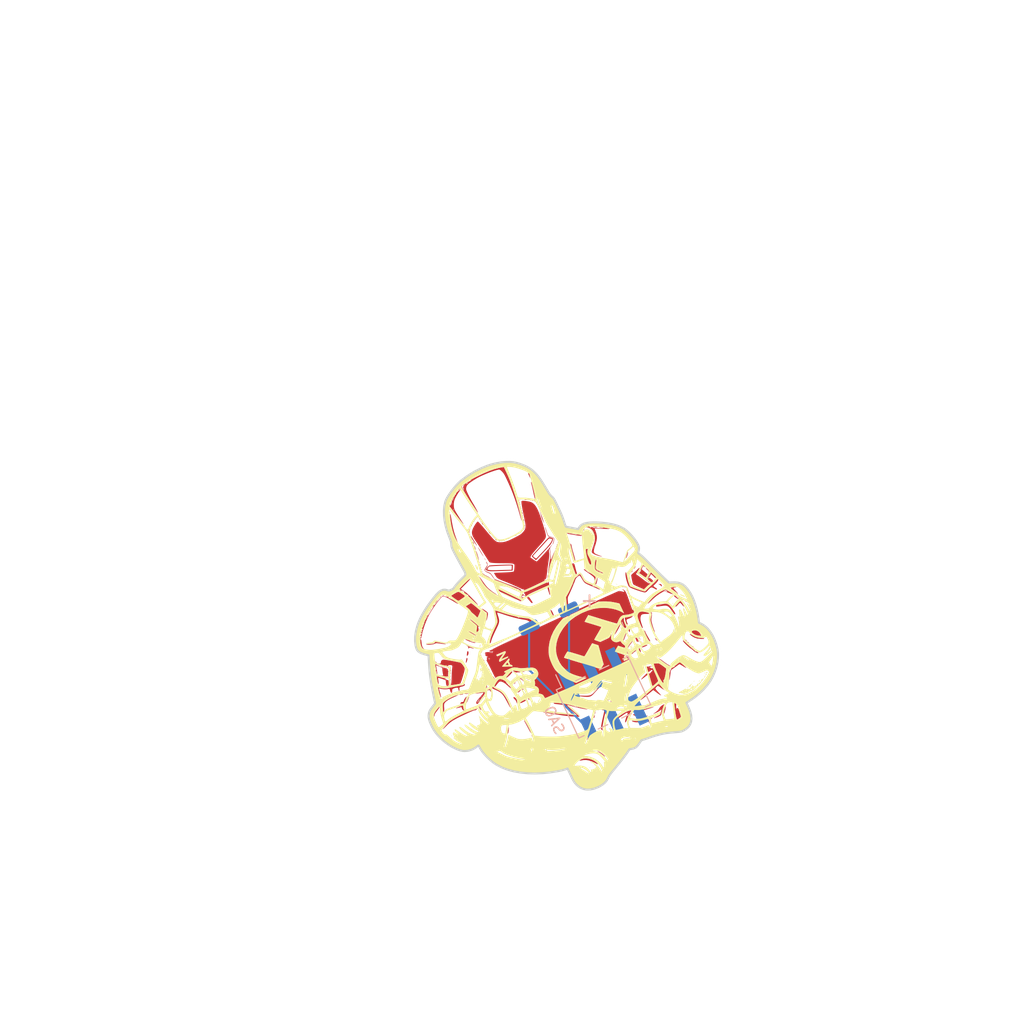
<source format=kicad_pcb>
(kicad_pcb (version 20221018) (generator pcbnew)
  (layers (0 "F.Cu" signal) (31 "B.Cu" signal) (34 "B.Paste" user) (35 "F.Paste" user) (36 "B.SilkS" user "B.Silkscreen") (37 "F.SilkS" user "F.Silkscreen") (38 "B.Mask" user) (39 "F.Mask" user) (44 "Edge.Cuts" user))
  (net 0 "")
  (footprint "LOGO" (layer "F.Cu") (at 153.95262 110.418246 25)
    (fp_text reference "G***" hide)
    (fp_text value "LOGO" hide)
    (fp_poly (pts (xy 0.514865 -16.251893) (xy 0.979996 -16.193973) (xy 1.446647 -16.100529) (xy 1.899254 -15.976397) (xy 2.322253 -15.826414) (xy 2.700082 -15.655413) (xy 3.000514 -15.479583) (xy 3.297362 -15.256135) (xy 3.584793 -14.996573) (xy 3.850218 -14.715095) (xy 4.081051 -14.425901) (xy 4.264703 -14.143192) (xy 4.365781 -13.939489) (xy 4.437342 -13.763641) (xy 4.498707 -13.600168) (xy 4.551572 -13.440042) (xy 4.597633 -13.274233) (xy 4.638585 -13.093713) (xy 4.676125 -12.889454) (xy 4.711949 -12.652427) (xy 4.747753 -12.373603) (xy 4.785233 -12.043953) (xy 4.826085 -11.65445) (xy 4.861813 -11.298934) (xy 4.895955 -11.113401) (xy 4.955726 -10.919632) (xy 4.988438 -10.841276) (xy 5.020498 -10.771022) (xy 5.045228 -10.706931) (xy 5.063714 -10.637976) (xy 5.077044 -10.553129) (xy 5.086308 -10.441362) (xy 5.092592 -10.291648) (xy 5.096985 -10.092959) (xy 5.100575 -9.834266) (xy 5.102314 -9.687087) (xy 5.104833 -9.349369) (xy 5.103222 -9.070623) (xy 5.096745 -8.833621) (xy 5.084671 -8.621134) (xy 5.066265 -8.415935) (xy 5.040794 -8.200793) (xy 5.038167 -8.18063) (xy 5.009856 -7.958564) (xy 4.992322 -7.800206) (xy 4.985228 -7.6938) (xy 4.988234 -7.627593) (xy 5.001003 -7.58983) (xy 5.020605 -7.57042) (xy 5.070966 -7.534941) (xy 5.170046 -7.463541) (xy 5.305095 -7.365459) (xy 5.463362 -7.249939) (xy 5.523342 -7.206027) (xy 5.968619 -6.879772) (xy 6.134991 -6.992132) (xy 6.303597 -7.079865) (xy 6.491569 -7.124587) (xy 6.705856 -7.125252) (xy 6.953402 -7.080817) (xy 7.241156 -6.990238) (xy 7.576064 -6.852471) (xy 7.818013 -6.739223) (xy 8.331154 -6.470679) (xy 8.79526 -6.188449) (xy 9.205492 -5.896461) (xy 9.557012 -5.598648) (xy 9.844979 -5.298939) (xy 10.064554 -5.001265) (xy 10.153047 -4.842623) (xy 10.314801 -4.469325) (xy 10.453686 -4.061852) (xy 10.557121 -3.658689) (xy 10.581505 -3.532149) (xy 10.624645 -3.232014) (xy 10.636477 -2.989587) (xy 10.614955 -2.792135) (xy 10.558032 -2.626926) (xy 10.463659 -2.481227) (xy 10.401268 -2.411175) (xy 10.328849 -2.330552) (xy 10.30442 -2.276777) (xy 10.319994 -2.224888) (xy 10.334138 -2.201415) (xy 10.381925 -2.122276) (xy 10.429479 -2.033703) (xy 10.479803 -1.928109) (xy 10.535905 -1.797911) (xy 10.600791 -1.63552) (xy 10.677465 -1.433351) (xy 10.768934 -1.183818) (xy 10.878204 -0.879334) (xy 11.008281 -0.512315) (xy 11.047733 -0.40045) (xy 11.148407 -0.119118) (xy 11.262844 0.1936) (xy 11.38055 0.509462) (xy 11.491032 0.800224) (xy 11.555463 0.9661) (xy 11.807832 1.608025) (xy 12.07276 1.715507) (xy 12.375418 1.852927) (xy 12.621445 2.001419) (xy 12.817864 2.171013) (xy 12.971697 2.371737) (xy 13.089966 2.613621) (xy 13.179692 2.906694) (xy 13.247897 3.260985) (xy 13.271436 3.427535) (xy 13.295902 3.788834) (xy 13.284638 4.201246) (xy 13.239584 4.649557) (xy 13.162678 5.118555) (xy 13.05586 5.593027) (xy 12.946168 5.979154) (xy 12.811562 6.409209) (xy 12.961508 6.589364) (xy 13.168641 6.89596) (xy 13.325978 7.254521) (xy 13.43267 7.65851) (xy 13.487868 8.101389) (xy 13.490721 8.576622) (xy 13.44038 9.077671) (xy 13.346889 9.553604) (xy 13.219865 9.939951) (xy 13.026886 10.334654) (xy 12.775962 10.727436) (xy 12.475102 11.108015) (xy 12.132315 11.466113) (xy 11.755611 11.79145) (xy 11.41288 12.035744) (xy 10.946088 12.300303) (xy 10.425082 12.529083) (xy 9.865609 12.716684) (xy 9.283421 12.857712) (xy 8.783363 12.936829) (xy 8.390391 12.983503) (xy 8.390391 13.445861) (xy 8.366823 13.88989) (xy 8.296305 14.274949) (xy 8.179108 14.600659) (xy 8.015508 14.866639) (xy 7.805777 15.07251) (xy 7.55019 15.217892) (xy 7.249022 15.302404) (xy 7.036487 15.324202) (xy 6.944932 15.328321) (xy 6.868899 15.329871) (xy 6.798182 15.326086) (xy 6.722573 15.314198) (xy 6.631866 15.291443) (xy 6.515856 15.255053) (xy 6.364336 15.202263) (xy 6.1671 15.130306) (xy 5.91394 15.036415) (xy 5.750463 14.975649) (xy 5.325666 14.838681) (xy 4.847658 14.721231) (xy 4.33799 14.627701) (xy 3.818215 14.562494) (xy 3.661261 14.548938) (xy 3.471261 14.532077) (xy 3.273422 14.510909) (xy 3.107793 14.489751) (xy 3.094978 14.487867) (xy 2.852868 14.451694) (xy 2.570577 14.61969) (xy 2.352198 14.741594) (xy 2.173876 14.818959) (xy 2.016989 14.855979) (xy 1.862918 14.856851) (xy 1.693042 14.82577) (xy 1.675588 14.821355) (xy 1.419117 14.755286) (xy 1.214889 14.884421) (xy 1.043671 14.986447) (xy 0.8145 15.113564) (xy 0.539069 15.259757) (xy 0.229072 15.419009) (xy -0.1038 15.585307) (xy -0.447852 15.752634) (xy -0.759605 15.900168) (xy -1.036519 16.031869) (xy -1.251716 16.140369) (xy -1.414304 16.23078) (xy -1.533393 16.308214) (xy -1.618092 16.377781) (xy -1.627992 16.387452) (xy -1.861108 16.567988) (xy -2.147515 16.700315) (xy -2.480124 16.78283) (xy -2.851846 16.813931) (xy -3.255592 16.792015) (xy -3.35804 16.778458) (xy -3.726256 16.693278) (xy -4.045639 16.554503) (xy -4.312782 16.364357) (xy -4.524278 16.125062) (xy -4.627515 15.949869) (xy -4.707308 15.779439) (xy -4.767059 15.624352) (xy -4.809548 15.468715) (xy -4.837556 15.296634) (xy -4.853864 15.092218) (xy -4.861252 14.839574) (xy -4.862612 14.606159) (xy -4.862612 13.899856) (xy -5.06902 13.888543) (xy -5.183029 13.874862) (xy -5.350094 13.845354) (xy -5.549632 13.804061) (xy -5.761055 13.755028) (xy -5.808058 13.743368) (xy -6.56606 13.528412) (xy -7.290389 13.274198) (xy -7.975912 12.983795) (xy -8.617494 12.660273) (xy -9.210002 12.306702) (xy -9.748302 11.92615) (xy -10.22726 11.521687) (xy -10.641742 11.096382) (xy -10.986614 10.653305) (xy -10.993551 10.64313) (xy -11.187776 10.322771) (xy -11.364551 9.964668) (xy -11.517929 9.586085) (xy -11.641966 9.204286) (xy -11.730718 8.836535) (xy -11.778239 8.500096) (xy -11.784684 8.345603) (xy -11.787194 8.234275) (xy -11.800588 8.182618) (xy -11.833666 8.174059) (xy -11.870495 8.183949) (xy -12.225254 8.26187) (xy -12.583854 8.273286) (xy -12.93233 8.21976) (xy -13.256716 8.102852) (xy -13.422351 8.010468) (xy -13.665542 7.822254) (xy -13.913432 7.571117) (xy -14.157359 7.26923) (xy -14.388662 6.928766) (xy -14.598679 6.561898) (xy -14.778746 6.1808) (xy -14.848129 6.006757) (xy -14.977486 5.631931) (xy -15.067587 5.294949) (xy -15.123246 4.971399) (xy -15.149278 4.636867) (xy -15.152673 4.462162) (xy -15.145699 4.142691) (xy -15.120269 3.883536) (xy -15.073317 3.670303) (xy -15.001772 3.488601) (xy -14.913265 3.339329) (xy -14.831196 3.227739) (xy -14.749344 3.13841) (xy -14.651659 3.058881) (xy -14.522089 2.976693) (xy -14.344585 2.879385) (xy -14.271712 2.841292) (xy -13.904379 2.650601) (xy -13.821659 2.307358) (xy -13.719464 1.884704) (xy -13.632069 1.526846) (xy -13.556978 1.224294) (xy -13.491694 0.967555) (xy -13.43372 0.747136) (xy -13.38056 0.553546) (xy -13.329717 0.377292) (xy -13.278694 0.208883) (xy -13.224995 0.038826) (xy -13.224774 0.038138) (xy -13.142139 -0.208881) (xy -13.040333 -0.497411) (xy -12.929814 -0.798674) (xy -12.821041 -1.083895) (xy -12.77042 -1.211893) (xy -12.505851 -1.870783) (xy -12.631529 -1.974375) (xy -12.873223 -2.181332) (xy -13.055529 -2.3594) (xy -13.183861 -2.519918) (xy -13.263634 -2.674229) (xy -13.300264 -2.833673) (xy -13.299165 -3.009592) (xy -13.265752 -3.213327) (xy -13.252039 -3.273957) (xy -13.118655 -3.686003) (xy -12.912405 -4.104304) (xy -12.635967 -4.52455) (xy -12.292018 -4.942431) (xy -12.074337 -5.170396) (xy -11.77363 -5.442995) (xy -11.410319 -5.726365) (xy -10.995891 -6.013165) (xy -10.541838 -6.296055) (xy -10.059648 -6.567696) (xy -9.560812 -6.820746) (xy -9.304285 -6.940014) (xy -9.006392 -7.051966) (xy -8.746288 -7.100624) (xy -8.518585 -7.085575) (xy -8.317895 -7.006404) (xy -8.138831 -6.862698) (xy -8.12631 -6.849507) (xy -8.067036 -6.795523) (xy -8.000581 -6.765573) (xy -7.902807 -6.752836) (xy -7.775783 -6.75045) (xy -7.642158 -6.755822) (xy -7.540691 -6.769897) (xy -7.493616 -6.789442) (xy -7.439251 -6.834433) (xy -7.32588 -6.899134) (xy -7.166433 -6.977896) (xy -6.973842 -7.065069) (xy -6.761038 -7.155004) (xy -6.540951 -7.242053) (xy -6.326513 -7.320565) (xy -6.130654 -7.384893) (xy -6.130595 -7.38491) (xy -6.016064 -7.425224) (xy -5.935358 -7.473698) (xy -5.884018 -7.542736) (xy -5.857586 -7.644742) (xy -5.851603 -7.792119) (xy -5.86161 -7.997271) (xy -5.869998 -8.109897) (xy -5.895895 -8.454336) (xy -5.920211 -8.804059) (xy -5.942238 -9.146698) (xy -5.961268 -9.469882) (xy -5.976593 -9.761241) (xy -5.987506 -10.008405) (xy -5.993298 -10.199004) (xy -5.994037 -10.277922) (xy -5.983434 -10.479853) (xy -5.948389 -10.647235) (xy -5.897889 -10.782492) (xy -5.856813 -10.888385) (xy -5.827592 -10.995932) (xy -5.807282 -11.123731) (xy -5.792937 -11.290378) (xy -5.781613 -11.514471) (xy -5.781478 -11.517717) (xy -5.735636 -12.07864) (xy -5.647222 -12.623694) (xy -5.519426 -13.14373) (xy -5.355436 -13.629593) (xy -5.158443 -14.072134) (xy -4.931635 -14.462199) (xy -4.678204 -14.790637) (xy -4.618618 -14.854306) (xy -4.45354 -14.999072) (xy -4.230071 -15.158618) (xy -3.962722 -15.325295) (xy -3.666006 -15.491457) (xy -3.354436 -15.649455) (xy -3.042523 -15.791642) (xy -2.744781 -15.910369) (xy -2.475721 -15.99799) (xy -2.420476 -16.012672) (xy -1.653469 -16.16932) (xy -0.864417 -16.259218) (xy -0.070628 -16.280955)) (stroke (width 0.2)) (fill none) (layer "Edge.Cuts"))
  )
  (footprint "Connector_Wire:SolderWirePad_1x01_SMD_1x2mm" (layer "B.Cu") (at 155.524486 109.521062 -65)
    (fp_text reference "REF**" hide)
    (fp_text value "SolderWirePad_1x01_SMD_1x2mm" hide)
  )
  (footprint "Connector_PinSocket_2.54mm:PinSocket_2x03_P2.54mm_Vertical_SMD" (layer "B.Cu") (at 158.93298 118.099555 115)
    (fp_text reference "SAO")
    (fp_text value "Conn_02x03_Top_Bottom" hide)
  )
  (footprint "Connector_Wire:SolderWirePad_1x01_SMD_1x2mm" (layer "B.Cu") (at 151.66 111.29 -65)
    (fp_text reference "REF**" hide)
    (fp_text value "SolderWirePad_1x01_SMD_1x2mm" hide)
  )
  (gr_text "+" (at 158.62 109.46) (layer "B.SilkS") (effects (font (size 1.5 1.5) (thickness 0.1875)) (justify left bottom mirror)))
  (segment (start 155.524486 110.096691) (end 155.524486 109.521062) (width 0) (layer "B.Cu") (net 0))
  (segment (start 155.56596 116.88911) (end 155.56596 109.562536) (width 0.2) (layer "B.Cu") (net 0))
  (segment (start 155.56596 109.562536) (end 155.524486 109.521062) (width 0.2) (layer "B.Cu") (net 0))
  (segment (start 157.695956 121.456901) (end 151.66 115.420945) (width 0.2) (layer "B.Cu") (net 0))
  (segment (start 151.66 115.420945) (end 151.66 111.29) (width 0.2) (layer "B.Cu") (net 0))
)
</source>
